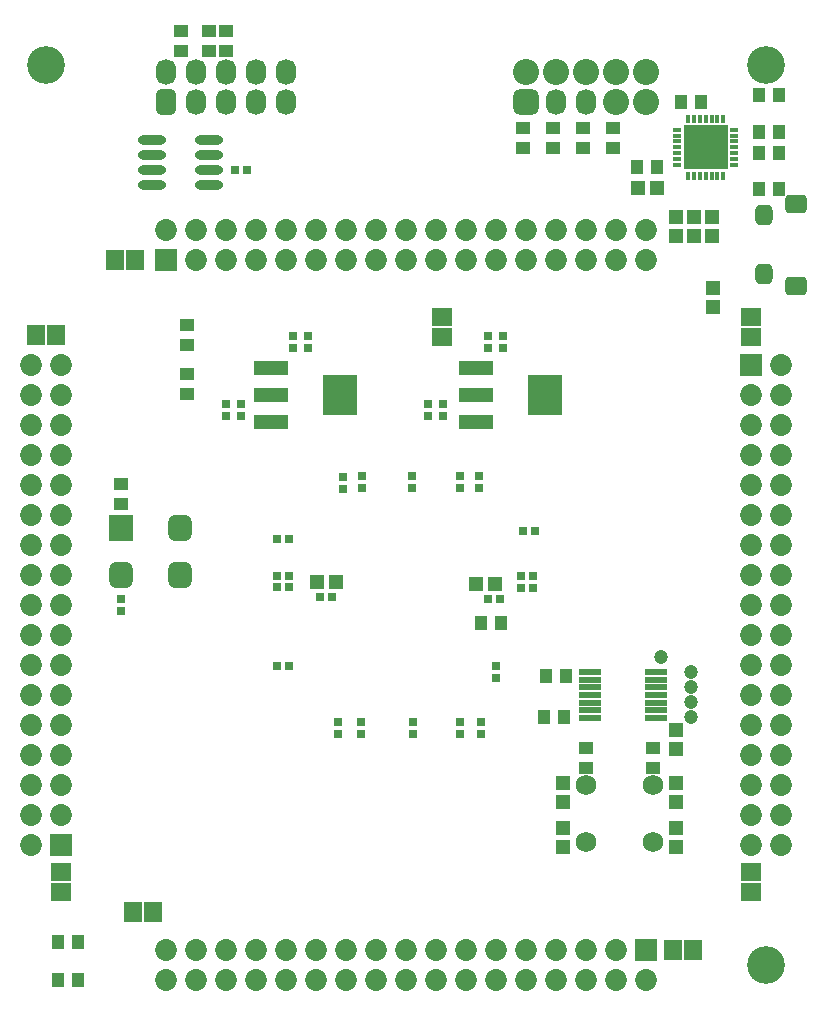
<source format=gbs>
G04*
G04 #@! TF.GenerationSoftware,Altium Limited,Altium Designer,20.0.11 (256)*
G04*
G04 Layer_Color=16711935*
%FSLAX25Y25*%
%MOIN*%
G70*
G01*
G75*
%ADD27R,0.04343X0.04737*%
G04:AMPARAMS|DCode=32|XSize=74.93mil|YSize=63.12mil|CornerRadius=17.78mil|HoleSize=0mil|Usage=FLASHONLY|Rotation=180.000|XOffset=0mil|YOffset=0mil|HoleType=Round|Shape=RoundedRectangle|*
%AMROUNDEDRECTD32*
21,1,0.07493,0.02756,0,0,180.0*
21,1,0.03937,0.06312,0,0,180.0*
1,1,0.03556,-0.01968,0.01378*
1,1,0.03556,0.01968,0.01378*
1,1,0.03556,0.01968,-0.01378*
1,1,0.03556,-0.01968,-0.01378*
%
%ADD32ROUNDEDRECTD32*%
G04:AMPARAMS|DCode=33|XSize=68mil|YSize=57.21mil|CornerRadius=16.3mil|HoleSize=0mil|Usage=FLASHONLY|Rotation=90.000|XOffset=0mil|YOffset=0mil|HoleType=Round|Shape=RoundedRectangle|*
%AMROUNDEDRECTD33*
21,1,0.06800,0.02461,0,0,90.0*
21,1,0.03539,0.05721,0,0,90.0*
1,1,0.03261,0.01230,0.01770*
1,1,0.03261,0.01230,-0.01770*
1,1,0.03261,-0.01230,-0.01770*
1,1,0.03261,-0.01230,0.01770*
%
%ADD33ROUNDEDRECTD33*%
%ADD34C,0.07296*%
%ADD35R,0.07296X0.07296*%
%ADD36O,0.06706X0.08674*%
G04:AMPARAMS|DCode=37|XSize=67.06mil|YSize=86.74mil|CornerRadius=18.76mil|HoleSize=0mil|Usage=FLASHONLY|Rotation=0.000|XOffset=0mil|YOffset=0mil|HoleType=Round|Shape=RoundedRectangle|*
%AMROUNDEDRECTD37*
21,1,0.06706,0.04921,0,0,0.0*
21,1,0.02953,0.08674,0,0,0.0*
1,1,0.03753,0.01476,-0.02461*
1,1,0.03753,-0.01476,-0.02461*
1,1,0.03753,-0.01476,0.02461*
1,1,0.03753,0.01476,0.02461*
%
%ADD37ROUNDEDRECTD37*%
%ADD38C,0.08674*%
G04:AMPARAMS|DCode=39|XSize=86.74mil|YSize=86.74mil|CornerRadius=23.68mil|HoleSize=0mil|Usage=FLASHONLY|Rotation=0.000|XOffset=0mil|YOffset=0mil|HoleType=Round|Shape=RoundedRectangle|*
%AMROUNDEDRECTD39*
21,1,0.08674,0.03937,0,0,0.0*
21,1,0.03937,0.08674,0,0,0.0*
1,1,0.04737,0.01968,-0.01968*
1,1,0.04737,-0.01968,-0.01968*
1,1,0.04737,-0.01968,0.01968*
1,1,0.04737,0.01968,0.01968*
%
%ADD39ROUNDEDRECTD39*%
%ADD40R,0.07296X0.07296*%
%ADD41C,0.06800*%
%ADD42C,0.12611*%
%ADD75R,0.04737X0.04737*%
%ADD76R,0.02769X0.03162*%
%ADD77R,0.03162X0.02769*%
G04:AMPARAMS|DCode=78|XSize=86.74mil|YSize=78.87mil|CornerRadius=21.72mil|HoleSize=0mil|Usage=FLASHONLY|Rotation=270.000|XOffset=0mil|YOffset=0mil|HoleType=Round|Shape=RoundedRectangle|*
%AMROUNDEDRECTD78*
21,1,0.08674,0.03543,0,0,270.0*
21,1,0.04331,0.07887,0,0,270.0*
1,1,0.04343,-0.01772,-0.02165*
1,1,0.04343,-0.01772,0.02165*
1,1,0.04343,0.01772,0.02165*
1,1,0.04343,0.01772,-0.02165*
%
%ADD78ROUNDEDRECTD78*%
%ADD79R,0.07887X0.08674*%
%ADD80R,0.04737X0.04343*%
%ADD81R,0.06706X0.05918*%
%ADD82R,0.11430X0.04737*%
%ADD83R,0.11430X0.13792*%
%ADD84R,0.05918X0.06706*%
%ADD85C,0.04737*%
%ADD86R,0.07296X0.01981*%
%ADD87O,0.09461X0.03162*%
%ADD88R,0.14573X0.14573*%
%ADD89R,0.02762X0.01384*%
%ADD90R,0.01384X0.02762*%
%ADD91R,0.04737X0.04737*%
D27*
X167831Y130772D02*
D03*
X161138D02*
D03*
X26831Y11772D02*
D03*
X20138D02*
D03*
X26831Y24272D02*
D03*
X20138D02*
D03*
X182138Y99272D02*
D03*
X188831D02*
D03*
X189347Y113000D02*
D03*
X182653D02*
D03*
X227638Y304272D02*
D03*
X234331D02*
D03*
X253638Y306772D02*
D03*
X260331D02*
D03*
X260331Y294272D02*
D03*
X253638D02*
D03*
X260331Y287272D02*
D03*
X253638D02*
D03*
X253638Y275272D02*
D03*
X260331D02*
D03*
X213138Y282772D02*
D03*
X219831D02*
D03*
D32*
X266083Y270551D02*
D03*
Y242992D02*
D03*
D33*
X255354Y266614D02*
D03*
Y246929D02*
D03*
D34*
X250984Y96772D02*
D03*
X260984D02*
D03*
X250984Y136772D02*
D03*
X260984D02*
D03*
X250984Y126772D02*
D03*
X260984D02*
D03*
X250984Y156772D02*
D03*
X260984D02*
D03*
X250984Y166772D02*
D03*
X260984D02*
D03*
Y216772D02*
D03*
X250984Y206772D02*
D03*
X260984D02*
D03*
X250984Y196772D02*
D03*
X260984D02*
D03*
X250984Y186772D02*
D03*
X260984D02*
D03*
X250984Y176772D02*
D03*
X260984D02*
D03*
X250984Y146772D02*
D03*
X260984D02*
D03*
X250984Y116772D02*
D03*
X260984D02*
D03*
X250984Y106772D02*
D03*
X260984D02*
D03*
X250984Y76772D02*
D03*
X260984D02*
D03*
X250984Y86772D02*
D03*
X260984D02*
D03*
X250984Y56772D02*
D03*
X260984D02*
D03*
X250984Y66772D02*
D03*
X260984D02*
D03*
X205984Y261772D02*
D03*
Y251772D02*
D03*
X215984Y261772D02*
D03*
Y251772D02*
D03*
X185984Y261772D02*
D03*
Y251772D02*
D03*
X195984Y261772D02*
D03*
Y251772D02*
D03*
X165984Y261772D02*
D03*
Y251772D02*
D03*
X155984Y261772D02*
D03*
Y251772D02*
D03*
X125984Y261772D02*
D03*
Y251772D02*
D03*
X95984Y261772D02*
D03*
Y251772D02*
D03*
X85984Y261772D02*
D03*
Y251772D02*
D03*
X75984Y261772D02*
D03*
Y251772D02*
D03*
X65984Y261772D02*
D03*
Y251772D02*
D03*
X55984Y261772D02*
D03*
X105984D02*
D03*
Y251772D02*
D03*
X115984Y261772D02*
D03*
Y251772D02*
D03*
X145984Y261772D02*
D03*
Y251772D02*
D03*
X135984Y261772D02*
D03*
Y251772D02*
D03*
X175984Y261772D02*
D03*
Y251772D02*
D03*
X20984Y176772D02*
D03*
X10984D02*
D03*
X20984Y136772D02*
D03*
X10984D02*
D03*
X20984Y146772D02*
D03*
X10984D02*
D03*
X20984Y116772D02*
D03*
X10984D02*
D03*
X20984Y106772D02*
D03*
X10984D02*
D03*
Y56772D02*
D03*
X20984Y66772D02*
D03*
X10984D02*
D03*
X20984Y76772D02*
D03*
X10984D02*
D03*
X20984Y86772D02*
D03*
X10984D02*
D03*
X20984Y96772D02*
D03*
X10984D02*
D03*
X20984Y126772D02*
D03*
X10984D02*
D03*
X20984Y156772D02*
D03*
X10984D02*
D03*
X20984Y166772D02*
D03*
X10984D02*
D03*
X20984Y196772D02*
D03*
X10984D02*
D03*
X20984Y186772D02*
D03*
X10984D02*
D03*
X20984Y216772D02*
D03*
X10984D02*
D03*
X20984Y206772D02*
D03*
X10984D02*
D03*
X95984Y21772D02*
D03*
Y11772D02*
D03*
X135984Y21772D02*
D03*
Y11772D02*
D03*
X125984Y21772D02*
D03*
Y11772D02*
D03*
X155984Y21772D02*
D03*
Y11772D02*
D03*
X165984Y21772D02*
D03*
Y11772D02*
D03*
X215984D02*
D03*
X205984Y21772D02*
D03*
Y11772D02*
D03*
X195984Y21772D02*
D03*
Y11772D02*
D03*
X185984Y21772D02*
D03*
Y11772D02*
D03*
X175984Y21772D02*
D03*
Y11772D02*
D03*
X145984Y21772D02*
D03*
Y11772D02*
D03*
X115984Y21772D02*
D03*
Y11772D02*
D03*
X105984Y21772D02*
D03*
Y11772D02*
D03*
X75984Y21772D02*
D03*
Y11772D02*
D03*
X85984Y21772D02*
D03*
Y11772D02*
D03*
X55984Y21772D02*
D03*
Y11772D02*
D03*
X65984Y21772D02*
D03*
Y11772D02*
D03*
D35*
X250984Y216772D02*
D03*
X20984Y56772D02*
D03*
D36*
X55984Y314272D02*
D03*
X65984D02*
D03*
Y304272D02*
D03*
X75984Y314272D02*
D03*
Y304272D02*
D03*
X85984Y314272D02*
D03*
Y304272D02*
D03*
X95984Y314272D02*
D03*
Y304272D02*
D03*
X185984D02*
D03*
X195984D02*
D03*
D37*
X55984D02*
D03*
D38*
X175984Y314272D02*
D03*
X185984D02*
D03*
X195984D02*
D03*
X205984D02*
D03*
Y304272D02*
D03*
X215984Y314272D02*
D03*
Y304272D02*
D03*
D39*
X175984D02*
D03*
D40*
X55984Y251772D02*
D03*
X215984Y21772D02*
D03*
D41*
X218484Y76772D02*
D03*
Y57772D02*
D03*
X195984Y76772D02*
D03*
Y57772D02*
D03*
D42*
X255984Y16772D02*
D03*
Y316772D02*
D03*
X15984D02*
D03*
D75*
X238484Y236122D02*
D03*
Y242421D02*
D03*
X188484Y71122D02*
D03*
Y77421D02*
D03*
Y56122D02*
D03*
Y62421D02*
D03*
X225984D02*
D03*
Y56122D02*
D03*
Y71122D02*
D03*
Y77421D02*
D03*
Y88622D02*
D03*
Y94921D02*
D03*
Y259622D02*
D03*
Y265921D02*
D03*
X231984Y259622D02*
D03*
Y265921D02*
D03*
X237984Y259622D02*
D03*
Y265921D02*
D03*
D76*
X40984Y134803D02*
D03*
Y138740D02*
D03*
X115000Y179469D02*
D03*
Y175531D02*
D03*
X121484Y179740D02*
D03*
Y175803D02*
D03*
X137984Y179740D02*
D03*
Y175803D02*
D03*
X153984Y179740D02*
D03*
Y175803D02*
D03*
X160484Y179740D02*
D03*
Y175803D02*
D03*
X165984Y112303D02*
D03*
Y116240D02*
D03*
X160984Y93803D02*
D03*
Y97740D02*
D03*
X153984Y93803D02*
D03*
Y97740D02*
D03*
X138484Y93803D02*
D03*
Y97740D02*
D03*
X120984Y93772D02*
D03*
Y97709D02*
D03*
X113484Y93835D02*
D03*
Y97772D02*
D03*
X148484Y203740D02*
D03*
Y199803D02*
D03*
X143484Y203740D02*
D03*
Y199803D02*
D03*
X163484Y222303D02*
D03*
Y226240D02*
D03*
X168484Y222303D02*
D03*
Y226240D02*
D03*
X103484Y222303D02*
D03*
Y226240D02*
D03*
X98484Y222303D02*
D03*
Y226240D02*
D03*
X80984Y203740D02*
D03*
Y199803D02*
D03*
X75984Y203740D02*
D03*
Y199803D02*
D03*
D77*
X93016Y142772D02*
D03*
X96953D02*
D03*
X93016Y158772D02*
D03*
X96953D02*
D03*
X93016Y146382D02*
D03*
X96953D02*
D03*
X107516Y139272D02*
D03*
X111453D02*
D03*
X178469Y142500D02*
D03*
X174531D02*
D03*
X178469Y146500D02*
D03*
X174531D02*
D03*
X167453Y138772D02*
D03*
X163516D02*
D03*
X79016Y281772D02*
D03*
X82953D02*
D03*
X175016Y161272D02*
D03*
X178953D02*
D03*
X96953Y116272D02*
D03*
X93016D02*
D03*
D78*
X60669Y146772D02*
D03*
Y162520D02*
D03*
X40984Y146772D02*
D03*
D79*
Y162520D02*
D03*
D80*
Y170425D02*
D03*
Y177118D02*
D03*
X195984Y89118D02*
D03*
Y82425D02*
D03*
X218484Y89118D02*
D03*
Y82425D02*
D03*
X62984Y206925D02*
D03*
Y213618D02*
D03*
Y223425D02*
D03*
Y230118D02*
D03*
X75984Y328118D02*
D03*
Y321425D02*
D03*
X70484Y328118D02*
D03*
Y321425D02*
D03*
X60984Y328118D02*
D03*
Y321425D02*
D03*
X205000Y289154D02*
D03*
Y295847D02*
D03*
X195000Y289154D02*
D03*
Y295847D02*
D03*
X185000Y289154D02*
D03*
Y295847D02*
D03*
X175000Y289154D02*
D03*
Y295847D02*
D03*
D81*
X147984Y232618D02*
D03*
Y225925D02*
D03*
X250984Y47618D02*
D03*
Y40925D02*
D03*
X20984D02*
D03*
Y47618D02*
D03*
X250984Y225925D02*
D03*
Y232618D02*
D03*
D82*
X159370Y197716D02*
D03*
Y206772D02*
D03*
Y215827D02*
D03*
X90984Y197716D02*
D03*
Y206772D02*
D03*
Y215827D02*
D03*
D83*
X182598Y206772D02*
D03*
X114213D02*
D03*
D84*
X225138Y21772D02*
D03*
X231831D02*
D03*
X51831Y34272D02*
D03*
X45138D02*
D03*
X12638Y226772D02*
D03*
X19331D02*
D03*
X45831Y251772D02*
D03*
X39138D02*
D03*
D85*
X230984Y99272D02*
D03*
Y104272D02*
D03*
Y109272D02*
D03*
Y114272D02*
D03*
X220984Y119272D02*
D03*
D86*
X197559Y99094D02*
D03*
Y101654D02*
D03*
Y104213D02*
D03*
Y106772D02*
D03*
Y109331D02*
D03*
Y111890D02*
D03*
Y114449D02*
D03*
X219409Y99094D02*
D03*
Y101654D02*
D03*
Y104213D02*
D03*
Y106772D02*
D03*
Y109331D02*
D03*
Y111890D02*
D03*
Y114449D02*
D03*
D87*
X70433Y291772D02*
D03*
Y286772D02*
D03*
Y281772D02*
D03*
Y276772D02*
D03*
X51535Y291772D02*
D03*
Y286772D02*
D03*
Y281772D02*
D03*
Y276772D02*
D03*
D88*
X235984Y289272D02*
D03*
D89*
X245433Y283366D02*
D03*
Y285335D02*
D03*
Y287303D02*
D03*
Y289272D02*
D03*
Y291240D02*
D03*
Y293209D02*
D03*
Y295177D02*
D03*
X226535D02*
D03*
Y293209D02*
D03*
Y291240D02*
D03*
Y289272D02*
D03*
Y287303D02*
D03*
Y285335D02*
D03*
Y283366D02*
D03*
D90*
X241890Y298721D02*
D03*
X239921D02*
D03*
X237953D02*
D03*
X235984D02*
D03*
X234016D02*
D03*
X232047D02*
D03*
X230079D02*
D03*
Y279823D02*
D03*
X232047D02*
D03*
X234016D02*
D03*
X235984D02*
D03*
X237953D02*
D03*
X239921D02*
D03*
X241890D02*
D03*
D91*
X213335Y275772D02*
D03*
X219634D02*
D03*
X159335Y143772D02*
D03*
X165634D02*
D03*
X112634Y144272D02*
D03*
X106335D02*
D03*
M02*

</source>
